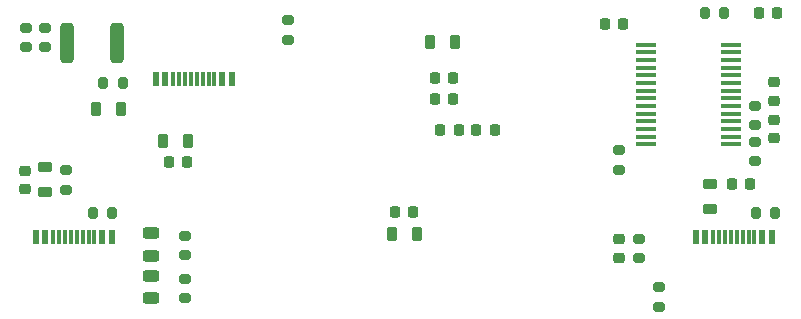
<source format=gbr>
%TF.GenerationSoftware,KiCad,Pcbnew,(5.99.0-10847-g28909c1a72)*%
%TF.CreationDate,2021-07-19T23:24:54+02:00*%
%TF.ProjectId,Project Hub,50726f6a-6563-4742-9048-75622e6b6963,rev?*%
%TF.SameCoordinates,Original*%
%TF.FileFunction,Paste,Top*%
%TF.FilePolarity,Positive*%
%FSLAX46Y46*%
G04 Gerber Fmt 4.6, Leading zero omitted, Abs format (unit mm)*
G04 Created by KiCad (PCBNEW (5.99.0-10847-g28909c1a72)) date 2021-07-19 23:24:54*
%MOMM*%
%LPD*%
G01*
G04 APERTURE LIST*
G04 Aperture macros list*
%AMRoundRect*
0 Rectangle with rounded corners*
0 $1 Rounding radius*
0 $2 $3 $4 $5 $6 $7 $8 $9 X,Y pos of 4 corners*
0 Add a 4 corners polygon primitive as box body*
4,1,4,$2,$3,$4,$5,$6,$7,$8,$9,$2,$3,0*
0 Add four circle primitives for the rounded corners*
1,1,$1+$1,$2,$3*
1,1,$1+$1,$4,$5*
1,1,$1+$1,$6,$7*
1,1,$1+$1,$8,$9*
0 Add four rect primitives between the rounded corners*
20,1,$1+$1,$2,$3,$4,$5,0*
20,1,$1+$1,$4,$5,$6,$7,0*
20,1,$1+$1,$6,$7,$8,$9,0*
20,1,$1+$1,$8,$9,$2,$3,0*%
G04 Aperture macros list end*
%ADD10RoundRect,0.225000X0.225000X0.250000X-0.225000X0.250000X-0.225000X-0.250000X0.225000X-0.250000X0*%
%ADD11RoundRect,0.200000X0.275000X-0.200000X0.275000X0.200000X-0.275000X0.200000X-0.275000X-0.200000X0*%
%ADD12R,0.600000X1.160000*%
%ADD13R,0.300000X1.160000*%
%ADD14RoundRect,0.225000X-0.225000X-0.250000X0.225000X-0.250000X0.225000X0.250000X-0.225000X0.250000X0*%
%ADD15RoundRect,0.200000X-0.275000X0.200000X-0.275000X-0.200000X0.275000X-0.200000X0.275000X0.200000X0*%
%ADD16R,1.750000X0.450000*%
%ADD17RoundRect,0.200000X-0.200000X-0.275000X0.200000X-0.275000X0.200000X0.275000X-0.200000X0.275000X0*%
%ADD18RoundRect,0.218750X0.381250X-0.218750X0.381250X0.218750X-0.381250X0.218750X-0.381250X-0.218750X0*%
%ADD19RoundRect,0.200000X0.200000X0.275000X-0.200000X0.275000X-0.200000X-0.275000X0.200000X-0.275000X0*%
%ADD20RoundRect,0.218750X0.218750X0.381250X-0.218750X0.381250X-0.218750X-0.381250X0.218750X-0.381250X0*%
%ADD21RoundRect,0.243750X0.456250X-0.243750X0.456250X0.243750X-0.456250X0.243750X-0.456250X-0.243750X0*%
%ADD22RoundRect,0.225000X-0.250000X0.225000X-0.250000X-0.225000X0.250000X-0.225000X0.250000X0.225000X0*%
%ADD23RoundRect,0.250000X0.312500X1.450000X-0.312500X1.450000X-0.312500X-1.450000X0.312500X-1.450000X0*%
%ADD24RoundRect,0.225000X0.250000X-0.225000X0.250000X0.225000X-0.250000X0.225000X-0.250000X-0.225000X0*%
%ADD25RoundRect,0.218750X-0.218750X-0.381250X0.218750X-0.381250X0.218750X0.381250X-0.218750X0.381250X0*%
G04 APERTURE END LIST*
D10*
%TO.C,C2*%
X55334200Y-95859600D03*
X53784200Y-95859600D03*
%TD*%
D11*
%TO.C,R13*%
X55168800Y-107442000D03*
X55168800Y-105792000D03*
%TD*%
D12*
%TO.C,USB3*%
X59080000Y-88870000D03*
X58280000Y-88870000D03*
D13*
X57130000Y-88870000D03*
X56130000Y-88870000D03*
X55630000Y-88870000D03*
X54630000Y-88870000D03*
D12*
X53480000Y-88870000D03*
X52680000Y-88870000D03*
X52680000Y-88870000D03*
X53480000Y-88870000D03*
D13*
X54130000Y-88870000D03*
X55130000Y-88870000D03*
X56630000Y-88870000D03*
X57630000Y-88870000D03*
D12*
X58280000Y-88870000D03*
X59080000Y-88870000D03*
%TD*%
D11*
%TO.C,R5*%
X103378000Y-95821000D03*
X103378000Y-94171000D03*
%TD*%
%TO.C,R8*%
X43307000Y-86169000D03*
X43307000Y-84519000D03*
%TD*%
%TO.C,R1*%
X63881000Y-85534000D03*
X63881000Y-83884000D03*
%TD*%
D14*
%TO.C,C8*%
X101460000Y-97790000D03*
X103010000Y-97790000D03*
%TD*%
D15*
%TO.C,R9*%
X41656000Y-84519000D03*
X41656000Y-86169000D03*
%TD*%
D14*
%TO.C,C6*%
X76314000Y-88773000D03*
X77864000Y-88773000D03*
%TD*%
D15*
%TO.C,R10*%
X95250000Y-106490000D03*
X95250000Y-108140000D03*
%TD*%
D11*
%TO.C,R3*%
X93573600Y-104037600D03*
X93573600Y-102387600D03*
%TD*%
D16*
%TO.C,U1*%
X94190000Y-85945000D03*
X94190000Y-86595000D03*
X94190000Y-87245000D03*
X94190000Y-87895000D03*
X94190000Y-88545000D03*
X94190000Y-89195000D03*
X94190000Y-89845000D03*
X94190000Y-90495000D03*
X94190000Y-91145000D03*
X94190000Y-91795000D03*
X94190000Y-92445000D03*
X94190000Y-93095000D03*
X94190000Y-93745000D03*
X94190000Y-94395000D03*
X101390000Y-94395000D03*
X101390000Y-93745000D03*
X101390000Y-93095000D03*
X101390000Y-92445000D03*
X101390000Y-91795000D03*
X101390000Y-91145000D03*
X101390000Y-90495000D03*
X101390000Y-89845000D03*
X101390000Y-89195000D03*
X101390000Y-88545000D03*
X101390000Y-87895000D03*
X101390000Y-87245000D03*
X101390000Y-86595000D03*
X101390000Y-85945000D03*
%TD*%
D17*
%TO.C,R11*%
X103442000Y-100203000D03*
X105092000Y-100203000D03*
%TD*%
D10*
%TO.C,C7*%
X77864000Y-90551000D03*
X76314000Y-90551000D03*
%TD*%
D18*
%TO.C,FB4*%
X43307000Y-98471500D03*
X43307000Y-96346500D03*
%TD*%
D19*
%TO.C,R2*%
X49847000Y-89204800D03*
X48197000Y-89204800D03*
%TD*%
%TO.C,R7*%
X100774000Y-83312000D03*
X99124000Y-83312000D03*
%TD*%
D20*
%TO.C,FB2*%
X74773300Y-102006400D03*
X72648300Y-102006400D03*
%TD*%
%TO.C,L1*%
X49703500Y-91440000D03*
X47578500Y-91440000D03*
%TD*%
D10*
%TO.C,C9*%
X105270600Y-83312000D03*
X103720600Y-83312000D03*
%TD*%
D21*
%TO.C,D1*%
X52273200Y-103807500D03*
X52273200Y-101932500D03*
%TD*%
D22*
%TO.C,C1*%
X105029000Y-92316000D03*
X105029000Y-93866000D03*
%TD*%
D10*
%TO.C,C11*%
X81356800Y-93167200D03*
X79806800Y-93167200D03*
%TD*%
D12*
%TO.C,USB4*%
X98400000Y-102279000D03*
X99200000Y-102279000D03*
D13*
X100350000Y-102279000D03*
X101350000Y-102279000D03*
X101850000Y-102279000D03*
X102850000Y-102279000D03*
D12*
X104000000Y-102279000D03*
X104800000Y-102279000D03*
X104800000Y-102279000D03*
X104000000Y-102279000D03*
D13*
X103350000Y-102279000D03*
X102350000Y-102279000D03*
X100850000Y-102279000D03*
X99850000Y-102279000D03*
D12*
X99200000Y-102279000D03*
X98400000Y-102279000D03*
%TD*%
D14*
%TO.C,C12*%
X76745800Y-93167200D03*
X78295800Y-93167200D03*
%TD*%
D22*
%TO.C,C5*%
X105029000Y-89141000D03*
X105029000Y-90691000D03*
%TD*%
D23*
%TO.C,F1*%
X49381500Y-85852000D03*
X45106500Y-85852000D03*
%TD*%
D24*
%TO.C,C13*%
X41562000Y-98184000D03*
X41562000Y-96634000D03*
%TD*%
D18*
%TO.C,FB3*%
X99568000Y-99868500D03*
X99568000Y-97743500D03*
%TD*%
D15*
%TO.C,R4*%
X91846400Y-94882200D03*
X91846400Y-96532200D03*
%TD*%
D25*
%TO.C,L2*%
X75899500Y-85750400D03*
X78024500Y-85750400D03*
%TD*%
D11*
%TO.C,R12*%
X55168800Y-103796600D03*
X55168800Y-102146600D03*
%TD*%
D10*
%TO.C,C3*%
X74435000Y-100126800D03*
X72885000Y-100126800D03*
%TD*%
D22*
%TO.C,C4*%
X91846400Y-102437600D03*
X91846400Y-103987600D03*
%TD*%
D17*
%TO.C,R15*%
X47308000Y-100203000D03*
X48958000Y-100203000D03*
%TD*%
D20*
%TO.C,FB1*%
X55367700Y-94081600D03*
X53242700Y-94081600D03*
%TD*%
D10*
%TO.C,C10*%
X92215000Y-84175600D03*
X90665000Y-84175600D03*
%TD*%
D11*
%TO.C,R14*%
X45085000Y-98234000D03*
X45085000Y-96584000D03*
%TD*%
D21*
%TO.C,D2*%
X52273200Y-107414300D03*
X52273200Y-105539300D03*
%TD*%
D12*
%TO.C,USB5*%
X42520000Y-102279000D03*
X43320000Y-102279000D03*
D13*
X44470000Y-102279000D03*
X45470000Y-102279000D03*
X45970000Y-102279000D03*
X46970000Y-102279000D03*
D12*
X48120000Y-102279000D03*
X48920000Y-102279000D03*
X48920000Y-102279000D03*
X48120000Y-102279000D03*
D13*
X47470000Y-102279000D03*
X46470000Y-102279000D03*
X44970000Y-102279000D03*
X43970000Y-102279000D03*
D12*
X43320000Y-102279000D03*
X42520000Y-102279000D03*
%TD*%
D15*
%TO.C,R6*%
X103378000Y-91123000D03*
X103378000Y-92773000D03*
%TD*%
M02*

</source>
